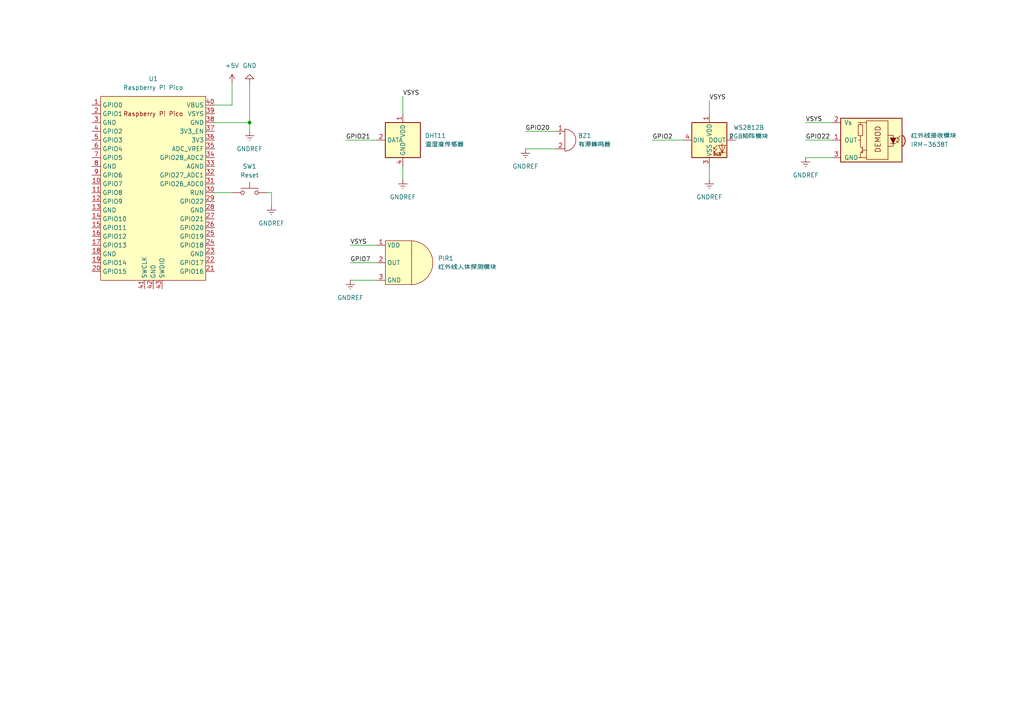
<source format=kicad_sch>
(kicad_sch (version 20230121) (generator eeschema)
  (paper "A4")
  (title_block (title "MagicMatrix") (date "2024-02-13") (company "DXEdu"))
  (lib_symbols
    (symbol "Device:Buzzer" (pin_names (offset 0.0254) hide)
      (property "Reference" "BZ" (at 3.81 1.27 0))
      (property "Value" "Buzzer" (at 3.81 -1.27 0))
      (symbol "Buzzer_0_1"
        (arc (start 0 -3.175) (mid 3.1612 0) (end 0 3.175))
        (polyline (pts (xy -1.651 1.905) (xy -1.143 1.905)))
        (polyline (pts (xy -1.397 2.159) (xy -1.397 1.651)))
        (polyline (pts (xy 0 3.175) (xy 0 -3.175)))
      )
      (symbol "Buzzer_1_1"
        (pin passive line (at -2.54 2.54 0) (length 2.54) (name "+") (number "1"))
        (pin passive line (at -2.54 -2.54 0) (length 2.54) (name "-") (number "2"))
      )
    )
    (symbol "Interface_Optical:TSOP21xx" (pin_names (offset 1.016))
      (property "Reference" "U" (at -10.16 7.62 0))
      (property "Value" "TSOP21xx" (at -10.16 -7.62 0))
      (symbol "TSOP21xx_0_0"
        (arc (start -10.287 1.397) (mid -11.0899 -0.1852) (end -10.287 -1.778) (stroke (width 0.254)) (fill (type background)))
        (polyline (pts (xy 1.905 -5.08) (xy 0.127 -5.08)))
        (polyline (pts (xy 1.905 5.08) (xy 0.127 5.08)))
        (text "DEMOD" (at -3.175 0.254 900) (effects (font (size 1.524 1.524))))
      )
      (symbol "TSOP21xx_0_1"
        (rectangle (start -6.096 5.588) (end 0.127 -5.588))
        (polyline (pts (xy -8.763 0.381) (xy -9.652 1.27)))
        (polyline (pts (xy -8.763 0.381) (xy -9.271 0.381)))
        (polyline (pts (xy -8.763 0.381) (xy -8.763 0.889)))
        (polyline (pts (xy -8.636 -0.635) (xy -9.525 0.254)))
        (polyline (pts (xy -8.636 -0.635) (xy -9.144 -0.635)))
        (polyline (pts (xy -8.636 -0.635) (xy -8.636 -0.127)))
        (polyline (pts (xy -8.382 -1.016) (xy -6.731 -1.016)))
        (polyline (pts (xy 1.27 -2.921) (xy 0.127 -2.921)))
        (polyline (pts (xy 1.27 -1.905) (xy 1.27 -3.81)))
        (polyline (pts (xy 1.397 -3.556) (xy 1.524 -3.556)))
        (polyline (pts (xy 1.651 -3.556) (xy 1.524 -3.556)))
        (polyline (pts (xy 1.651 -3.556) (xy 1.651 -3.302)))
        (polyline (pts (xy 1.905 0) (xy 1.905 1.27)))
        (polyline (pts (xy 1.905 4.445) (xy 1.905 5.08) (xy 2.54 5.08)))
        (polyline (pts (xy -8.382 0.635) (xy -6.731 0.635) (xy -7.62 -1.016) (xy -8.382 0.635)) (fill (type outline)))
        (polyline (pts (xy -6.096 1.397) (xy -7.62 1.397) (xy -7.62 -1.778) (xy -6.096 -1.778)))
        (polyline (pts (xy 1.27 -3.175) (xy 1.905 -3.81) (xy 1.905 -5.08) (xy 2.54 -5.08)))
        (polyline (pts (xy 1.27 -2.54) (xy 1.905 -1.905) (xy 1.905 0) (xy 2.54 0)))
        (rectangle (start 2.54 1.27) (end 1.27 4.445))
        (rectangle (start 7.62 6.35) (end -10.16 -6.35) (stroke (width 0.254)) (fill (type background)))
      )
      (symbol "TSOP21xx_1_1"
        (pin output line (at 10.16 0 180) (length 2.54) (name "OUT") (number "1"))
        (pin power_in line (at 10.16 5.08 180) (length 2.54) (name "Vs") (number "2"))
        (pin power_in line (at 10.16 -5.08 180) (length 2.54) (name "GND") (number "3"))
      )
    )
    (symbol "LED:WS2812B" (pin_names (offset 0.254))
      (property "Reference" "D" (at 5.08 5.715 0))
      (property "Value" "WS2812B" (at 1.27 -5.715 0))
      (symbol "WS2812B_0_0"
        (text "RGB" (at 2.286 -4.191 0) (effects (font (size 0.762 0.762))))
      )
      (symbol "WS2812B_0_1"
        (polyline (pts (xy 1.27 -3.556) (xy 1.778 -3.556)))
        (polyline (pts (xy 1.27 -2.54) (xy 1.778 -2.54)))
        (polyline (pts (xy 4.699 -3.556) (xy 2.667 -3.556)))
        (polyline (pts (xy 2.286 -2.54) (xy 1.27 -3.556) (xy 1.27 -3.048)))
        (polyline (pts (xy 2.286 -1.524) (xy 1.27 -2.54) (xy 1.27 -2.032)))
        (polyline (pts (xy 3.683 -1.016) (xy 3.683 -3.556) (xy 3.683 -4.064)))
        (polyline (pts (xy 4.699 -1.524) (xy 2.667 -1.524) (xy 3.683 -3.556) (xy 4.699 -1.524)))
        (rectangle (start 5.08 5.08) (end -5.08 -5.08) (stroke (width 0.254)) (fill (type background)))
      )
      (symbol "WS2812B_1_1"
        (pin power_in line (at 0 7.62 270) (length 2.54) (name "VDD") (number "1"))
        (pin output line (at 7.62 0 180) (length 2.54) (name "DOUT") (number "2"))
        (pin power_in line (at 0 -7.62 90) (length 2.54) (name "VSS") (number "3"))
        (pin input line (at -7.62 0 0) (length 2.54) (name "DIN") (number "4"))
      )
    )
    (symbol "MCU_RaspberryPi_and_Boards:PIR"
      (property "Reference" "PIR" (at 0 0 0))
      (property "Value" "PIR" (at 0 0 0))
      (symbol "PIR_1_1"
        (rectangle (start -2.54 -2.54) (end 5.08 -15.24) (fill (type background)))
        (arc (start 5.08 -15.24) (mid 11.236 -8.8943) (end 5.0888 -2.54) (fill (type background)))
        (arc (start 5.08 -5.08) (mid 5.08 -5.08) (end 5.08 -5.08))
        (pin power_in line (at -5.08 -3.81 0) (length 2.54) (name "VDD") (number "1"))
        (pin output line (at -5.08 -8.89 0) (length 2.54) (name "OUT") (number "2"))
        (pin power_in line (at -5.08 -13.97 0) (length 2.54) (name "GND") (number "3"))
      )
    )
    (symbol "MCU_RaspberryPi_and_Boards:Pico"
      (property "Reference" "U" (at -13.97 27.94 0))
      (property "Value" "Pico" (at 0 19.05 0))
      (symbol "Pico_0_0"
        (text "Raspberry Pi Pico" (at 0 21.59 0) (effects (font (size 1.27 1.27))))
      )
      (symbol "Pico_0_1"
        (rectangle (start -15.24 26.67) (end 15.24 -26.67) (fill (type background)))
      )
      (symbol "Pico_1_1"
        (pin bidirectional line (at -17.78 24.13 0) (length 2.54) (name "GPIO0") (number "1"))
        (pin bidirectional line (at -17.78 1.27 0) (length 2.54) (name "GPIO7") (number "10"))
        (pin bidirectional line (at -17.78 -1.27 0) (length 2.54) (name "GPIO8") (number "11"))
        (pin bidirectional line (at -17.78 -3.81 0) (length 2.54) (name "GPIO9") (number "12"))
        (pin power_in line (at -17.78 -6.35 0) (length 2.54) (name "GND") (number "13"))
        (pin bidirectional line (at -17.78 -8.89 0) (length 2.54) (name "GPIO10") (number "14"))
        (pin bidirectional line (at -17.78 -11.43 0) (length 2.54) (name "GPIO11") (number "15"))
        (pin bidirectional line (at -17.78 -13.97 0) (length 2.54) (name "GPIO12") (number "16"))
        (pin bidirectional line (at -17.78 -16.51 0) (length 2.54) (name "GPIO13") (number "17"))
        (pin power_in line (at -17.78 -19.05 0) (length 2.54) (name "GND") (number "18"))
        (pin bidirectional line (at -17.78 -21.59 0) (length 2.54) (name "GPIO14") (number "19"))
        (pin bidirectional line (at -17.78 21.59 0) (length 2.54) (name "GPIO1") (number "2"))
        (pin bidirectional line (at -17.78 -24.13 0) (length 2.54) (name "GPIO15") (number "20"))
        (pin bidirectional line (at 17.78 -24.13 180) (length 2.54) (name "GPIO16") (number "21"))
        (pin bidirectional line (at 17.78 -21.59 180) (length 2.54) (name "GPIO17") (number "22"))
        (pin power_in line (at 17.78 -19.05 180) (length 2.54) (name "GND") (number "23"))
        (pin bidirectional line (at 17.78 -16.51 180) (length 2.54) (name "GPIO18") (number "24"))
        (pin bidirectional line (at 17.78 -13.97 180) (length 2.54) (name "GPIO19") (number "25"))
        (pin bidirectional line (at 17.78 -11.43 180) (length 2.54) (name "GPIO20") (number "26"))
        (pin bidirectional line (at 17.78 -8.89 180) (length 2.54) (name "GPIO21") (number "27"))
        (pin power_in line (at 17.78 -6.35 180) (length 2.54) (name "GND") (number "28"))
        (pin bidirectional line (at 17.78 -3.81 180) (length 2.54) (name "GPIO22") (number "29"))
        (pin power_in line (at -17.78 19.05 0) (length 2.54) (name "GND") (number "3"))
        (pin input line (at 17.78 -1.27 180) (length 2.54) (name "RUN") (number "30"))
        (pin bidirectional line (at 17.78 1.27 180) (length 2.54) (name "GPIO26_ADC0") (number "31"))
        (pin bidirectional line (at 17.78 3.81 180) (length 2.54) (name "GPIO27_ADC1") (number "32"))
        (pin power_in line (at 17.78 6.35 180) (length 2.54) (name "AGND") (number "33"))
        (pin bidirectional line (at 17.78 8.89 180) (length 2.54) (name "GPIO28_ADC2") (number "34"))
        (pin power_in line (at 17.78 11.43 180) (length 2.54) (name "ADC_VREF") (number "35"))
        (pin power_in line (at 17.78 13.97 180) (length 2.54) (name "3V3") (number "36"))
        (pin input line (at 17.78 16.51 180) (length 2.54) (name "3V3_EN") (number "37"))
        (pin bidirectional line (at 17.78 19.05 180) (length 2.54) (name "GND") (number "38"))
        (pin power_in line (at 17.78 21.59 180) (length 2.54) (name "VSYS") (number "39"))
        (pin bidirectional line (at -17.78 16.51 0) (length 2.54) (name "GPIO2") (number "4"))
        (pin power_in line (at 17.78 24.13 180) (length 2.54) (name "VBUS") (number "40"))
        (pin input line (at -2.54 -29.21 90) (length 2.54) (name "SWCLK") (number "41"))
        (pin power_in line (at 0 -29.21 90) (length 2.54) (name "GND") (number "42"))
        (pin bidirectional line (at 2.54 -29.21 90) (length 2.54) (name "SWDIO") (number "43"))
        (pin bidirectional line (at -17.78 13.97 0) (length 2.54) (name "GPIO3") (number "5"))
        (pin bidirectional line (at -17.78 11.43 0) (length 2.54) (name "GPIO4") (number "6"))
        (pin bidirectional line (at -17.78 8.89 0) (length 2.54) (name "GPIO5") (number "7"))
        (pin power_in line (at -17.78 6.35 0) (length 2.54) (name "GND") (number "8"))
        (pin bidirectional line (at -17.78 3.81 0) (length 2.54) (name "GPIO6") (number "9"))
      )
    )
    (symbol "Sensor:DHT11"
      (property "Reference" "U" (at -3.81 6.35 0))
      (property "Value" "DHT11" (at 3.81 6.35 0))
      (symbol "DHT11_0_1"
        (rectangle (start -5.08 5.08) (end 5.08 -5.08) (stroke (width 0.254)) (fill (type background)))
      )
      (symbol "DHT11_1_1"
        (pin power_in line (at 0 7.62 270) (length 2.54) (name "VDD") (number "1"))
        (pin bidirectional line (at 7.62 0 180) (length 2.54) (name "DATA") (number "2"))
        (pin no_connect line (at -5.08 0 0) (length 2.54) hide (name "NC") (number "3"))
        (pin power_in line (at 0 -7.62 90) (length 2.54) (name "GND") (number "4"))
      )
    )
    (symbol "Switch:SW_Push" (pin_numbers hide) (pin_names (offset 1.016) hide)
      (property "Reference" "SW" (at 1.27 2.54 0))
      (property "Value" "SW_Push" (at 0 -1.524 0))
      (symbol "SW_Push_0_1"
        (circle (center -2.032 0) (radius 0.508))
        (polyline (pts (xy 0 1.27) (xy 0 3.048)))
        (polyline (pts (xy 2.54 1.27) (xy -2.54 1.27)))
        (circle (center 2.032 0) (radius 0.508))
        (pin passive line (at -5.08 0 0) (length 2.54) (name "1") (number "1"))
        (pin passive line (at 5.08 0 180) (length 2.54) (name "2") (number "2"))
      )
    )
    (symbol "power:+5V" (power) (pin_names (offset 0))
      (property "Value" "+5V" (at 0 3.556 0))
      (symbol "+5V_0_1"
        (polyline (pts (xy -0.762 1.27) (xy 0 2.54)))
        (polyline (pts (xy 0 0) (xy 0 2.54)))
        (polyline (pts (xy 0 2.54) (xy 0.762 1.27)))
      )
      (symbol "+5V_1_1"
        (pin power_in line (at 0 0 90) (length 0) hide (name "+5V") (number "1"))
      )
    )
    (symbol "power:GND" (power) (pin_names (offset 0))
      (property "Value" "GND" (at 0 -3.81 0))
      (symbol "GND_0_1"
        (polyline (pts (xy 0 0) (xy 0 -1.27) (xy 1.27 -1.27) (xy 0 -2.54) (xy -1.27 -1.27) (xy 0 -1.27)))
      )
      (symbol "GND_1_1"
        (pin power_in line (at 0 0 270) (length 0) hide (name "GND") (number "1"))
      )
    )
    (symbol "power:GNDREF" (power) (pin_names (offset 0))
      (property "Value" "GNDREF" (at 0 -3.81 0))
      (symbol "GNDREF_0_1"
        (polyline (pts (xy -0.635 -1.905) (xy 0.635 -1.905)))
        (polyline (pts (xy -0.127 -2.54) (xy 0.127 -2.54)))
        (polyline (pts (xy 0 -1.27) (xy 0 0)))
        (polyline (pts (xy 1.27 -1.27) (xy -1.27 -1.27)))
      )
      (symbol "GNDREF_1_1"
        (pin power_in line (at 0 0 270) (length 0) hide (name "GNDREF") (number "1"))
      )
    )
  )
  (junction (at 72.39 35.56))
  (wire (pts (xy 189.23 40.64) (xy 198.12 40.64)))
  (wire (pts (xy 67.31 24.13) (xy 67.31 30.48)))
  (wire (pts (xy 78.74 55.88) (xy 78.74 59.69)))
  (wire (pts (xy 116.84 48.26) (xy 116.84 52.07)))
  (wire (pts (xy 101.6 81.28) (xy 109.22 81.28)))
  (wire (pts (xy 233.68 45.72) (xy 241.3 45.72)))
  (wire (pts (xy 100.33 40.64) (xy 109.22 40.64)))
  (wire (pts (xy 67.31 30.48) (xy 62.23 30.48)))
  (wire (pts (xy 152.4 38.1) (xy 161.29 38.1)))
  (wire (pts (xy 233.68 40.64) (xy 241.3 40.64)))
  (wire (pts (xy 72.39 38.1) (xy 72.39 35.56)))
  (wire (pts (xy 62.23 55.88) (xy 67.31 55.88)))
  (wire (pts (xy 72.39 24.13) (xy 72.39 35.56)))
  (wire (pts (xy 62.23 35.56) (xy 72.39 35.56)))
  (wire (pts (xy 152.4 43.18) (xy 161.29 43.18)))
  (wire (pts (xy 77.47 55.88) (xy 78.74 55.88)))
  (wire (pts (xy 116.84 27.94) (xy 116.84 33.02)))
  (wire (pts (xy 233.68 35.56) (xy 241.3 35.56)))
  (wire (pts (xy 101.6 76.2) (xy 109.22 76.2)))
  (wire (pts (xy 205.74 29.21) (xy 205.74 33.02)))
  (wire (pts (xy 205.74 48.26) (xy 205.74 52.07)))
  (wire (pts (xy 101.6 71.12) (xy 109.22 71.12)))
  (label "GPIO22" (at 233.68 40.64 0))
  (label "VSYS" (at 116.84 27.94 0))
  (label "GPIO20" (at 152.4 38.1 0))
  (label "VSYS" (at 205.74 29.21 0))
  (label "GPIO7" (at 101.6 76.2 0))
  (label "VSYS" (at 233.68 35.56 0))
  (label "VSYS" (at 101.6 71.12 0))
  (label "GPIO21" (at 100.33 40.64 0))
  (label "GPIO2" (at 189.23 40.64 0))
  (symbol (lib_id "Interface_Optical:TSOP21xx") (at 251.46 40.64 0) (mirror y) (unit 1)
    (property "Reference" "IRM-3638T" (at 264.16 41.91 0) (effects (justify right)))
    (property "Value" "红外线接收模块" (at 264.16 39.37 0) (effects (justify right)))
    (property "Footprint" "OptoDevice:Vishay_MINIMOLD-3Pin" (effects hide))
    (property "Datasheet" "http://www.vishay.com/docs/82460/tsop45.pdf" (effects hide))
  )
  (symbol (lib_id "power:GNDREF") (at 152.4 43.18 0) (unit 1)
    (property "Reference" "#PWR03" (effects hide))
    (property "Value" "GNDREF" (at 152.4 48.26 0))
  )
  (symbol (lib_id "power:GNDREF") (at 116.84 52.07 0) (unit 1)
    (property "Reference" "#PWR06" (effects hide))
    (property "Value" "GNDREF" (at 116.84 57.15 0))
  )
  (symbol (lib_id "MCU_RaspberryPi_and_Boards:PIR") (at 114.3 67.31 0) (unit 1)
    (property "Reference" "PIR1" (at 127 74.93 0) (effects (justify left)))
    (property "Value" "红外线人体探测模块" (at 127 77.47 0) (effects (justify left)))
  )
  (symbol (lib_id "power:GNDREF") (at 205.74 52.07 0) (unit 1)
    (property "Reference" "#PWR05" (effects hide))
    (property "Value" "GNDREF" (at 205.74 57.15 0))
  )
  (symbol (lib_id "power:GNDREF") (at 101.6 81.28 0) (unit 1)
    (property "Reference" "#PWR09" (effects hide))
    (property "Value" "GNDREF" (at 101.6 86.36 0))
  )
  (symbol (lib_id "Device:Buzzer") (at 163.83 40.64 0) (unit 1)
    (property "Reference" "BZ1" (at 167.64 39.37 0) (effects (justify left)))
    (property "Value" "有源蜂鸣器" (at 167.64 41.91 0) (effects (justify left)))
  )
  (symbol (lib_id "power:GNDREF") (at 78.74 59.69 0) (unit 1)
    (property "Reference" "#PWR02" (effects hide))
    (property "Value" "GNDREF" (at 78.74 64.77 0))
  )
  (symbol (lib_id "MCU_RaspberryPi_and_Boards:Pico") (at 44.45 54.61 0) (unit 1)
    (property "Reference" "U1" (at 44.45 22.86 0))
    (property "Value" "Raspberry Pi Pico" (at 44.45 25.4 0))
    (property "Footprint" "RPi_Pico:RPi_Pico_SMD_TH" (effects hide))
  )
  (symbol (lib_id "power:GNDREF") (at 233.68 45.72 0) (unit 1)
    (property "Reference" "#PWR08" (effects hide))
    (property "Value" "GNDREF" (at 233.68 50.8 0))
  )
  (symbol (lib_id "power:GND") (at 72.39 24.13 180) (unit 1)
    (property "Reference" "#PWR07" (effects hide))
    (property "Value" "GND" (at 72.39 19.05 0))
  )
  (symbol (lib_id "Sensor:DHT11") (at 116.84 40.64 0) (mirror y) (unit 1)
    (property "Reference" "温湿度传感器" (at 123.19 41.91 0) (effects (justify right)))
    (property "Value" "DHT11" (at 123.19 39.37 0) (effects (justify right)))
    (property "Footprint" "Sensor:Aosong_DHT11_5.5x12.0_P2.54mm" (effects hide))
    (property "Datasheet" "http://akizukidenshi.com/download/ds/aosong/DHT11.pdf" (effects hide))
  )
  (symbol (lib_id "power:GNDREF") (at 72.39 38.1 0) (unit 1)
    (property "Reference" "#PWR04" (effects hide))
    (property "Value" "GNDREF" (at 72.39 43.18 0))
  )
  (symbol (lib_id "power:+5V") (at 67.31 24.13 0) (unit 1)
    (property "Reference" "#PWR01" (effects hide))
    (property "Value" "+5V" (at 67.31 19.05 0))
  )
  (symbol (lib_id "LED:WS2812B") (at 205.74 40.64 0) (unit 1)
    (property "Reference" "WS2812B" (at 217.17 36.9921 0))
    (property "Value" "RGB矩阵模块" (at 217.17 39.5321 0))
    (property "Footprint" "LED_SMD:LED_WS2812B_PLCC4_5.0x5.0mm_P3.2mm" (effects hide))
    (property "Datasheet" "https://cdn-shop.adafruit.com/datasheets/WS2812B.pdf" (effects hide))
  )
  (symbol (lib_id "Switch:SW_Push") (at 72.39 55.88 0) (unit 1)
    (property "Reference" "SW1" (at 72.39 48.26 0))
    (property "Value" "Reset" (at 72.39 50.8 0))
  )
)
</source>
